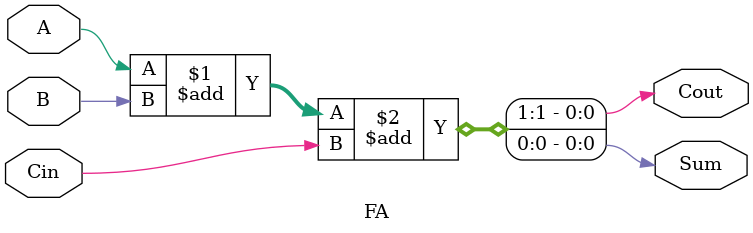
<source format=v>
module FA  (
    input  wire A,    
    input  wire B,     
    input  wire Cin,   
    output wire Sum,  
    output wire Cout   
);
    assign {Cout ,Sum } = A + B + Cin;
endmodule

</source>
